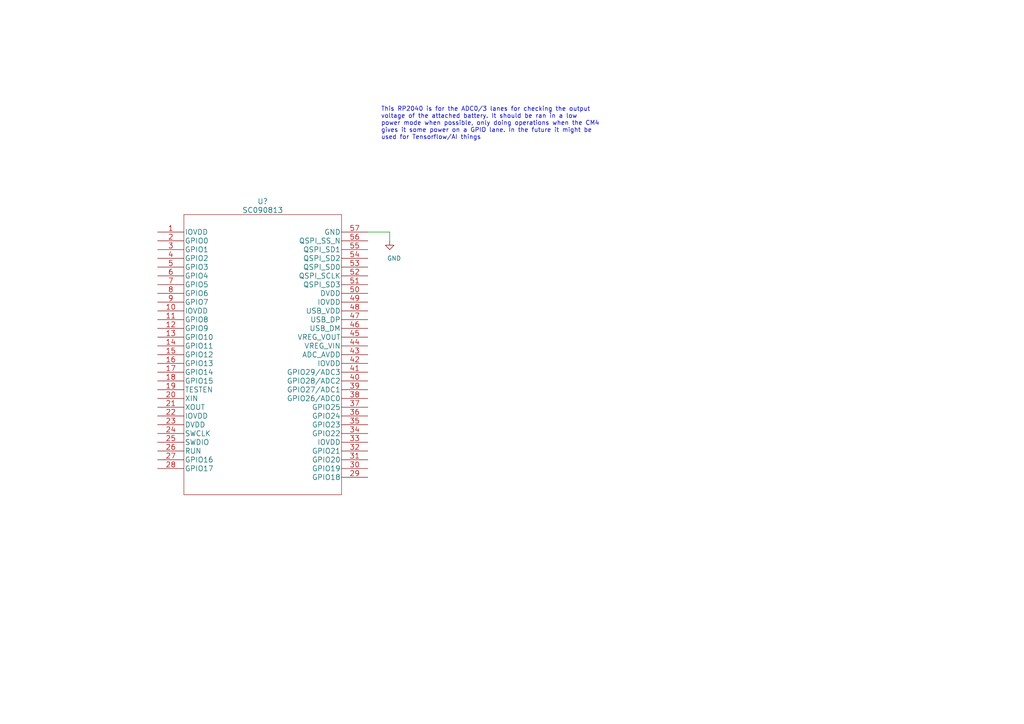
<source format=kicad_sch>
(kicad_sch (version 20220104) (generator eeschema)
  (paper "A4")
  (lib_symbols
    (symbol "RP2040:SC090813" (pin_names (offset 0.254))
      (property "Reference" "U" (at 30.48 10.16 0))
      (property "Value" "SC090813" (at 30.48 7.62 0))
      (symbol "SC090813_1_1"
        (polyline (pts (xy 7.62 -76.2) (xy 53.34 -76.2)) (stroke (width 0.127)))
        (polyline (pts (xy 7.62 5.08) (xy 7.62 -76.2)) (stroke (width 0.127)))
        (polyline (pts (xy 53.34 -76.2) (xy 53.34 5.08)) (stroke (width 0.127)))
        (polyline (pts (xy 53.34 5.08) (xy 7.62 5.08)) (stroke (width 0.127)))
        (pin power_in line (at 0 0 0) (length 7.62) (name "IOVDD") (number "1"))
        (pin power_in line (at 0 -22.86 0) (length 7.62) (name "IOVDD") (number "10"))
        (pin bidirectional line (at 0 -25.4 0) (length 7.62) (name "GPIO8") (number "11"))
        (pin bidirectional line (at 0 -27.94 0) (length 7.62) (name "GPIO9") (number "12"))
        (pin bidirectional line (at 0 -30.48 0) (length 7.62) (name "GPIO10") (number "13"))
        (pin bidirectional line (at 0 -33.02 0) (length 7.62) (name "GPIO11") (number "14"))
        (pin bidirectional line (at 0 -35.56 0) (length 7.62) (name "GPIO12") (number "15"))
        (pin bidirectional line (at 0 -38.1 0) (length 7.62) (name "GPIO13") (number "16"))
        (pin bidirectional line (at 0 -40.64 0) (length 7.62) (name "GPIO14") (number "17"))
        (pin bidirectional line (at 0 -43.18 0) (length 7.62) (name "GPIO15") (number "18"))
        (pin unspecified line (at 0 -45.72 0) (length 7.62) (name "TESTEN") (number "19"))
        (pin bidirectional line (at 0 -2.54 0) (length 7.62) (name "GPIO0") (number "2"))
        (pin unspecified line (at 0 -48.26 0) (length 7.62) (name "XIN") (number "20"))
        (pin output line (at 0 -50.8 0) (length 7.62) (name "XOUT") (number "21"))
        (pin power_in line (at 0 -53.34 0) (length 7.62) (name "IOVDD") (number "22"))
        (pin power_in line (at 0 -55.88 0) (length 7.62) (name "DVDD") (number "23"))
        (pin unspecified line (at 0 -58.42 0) (length 7.62) (name "SWCLK") (number "24"))
        (pin unspecified line (at 0 -60.96 0) (length 7.62) (name "SWDIO") (number "25"))
        (pin unspecified line (at 0 -63.5 0) (length 7.62) (name "RUN") (number "26"))
        (pin bidirectional line (at 0 -66.04 0) (length 7.62) (name "GPIO16") (number "27"))
        (pin bidirectional line (at 0 -68.58 0) (length 7.62) (name "GPIO17") (number "28"))
        (pin bidirectional line (at 60.96 -71.12 180) (length 7.62) (name "GPIO18") (number "29"))
        (pin bidirectional line (at 0 -5.08 0) (length 7.62) (name "GPIO1") (number "3"))
        (pin bidirectional line (at 60.96 -68.58 180) (length 7.62) (name "GPIO19") (number "30"))
        (pin bidirectional line (at 60.96 -66.04 180) (length 7.62) (name "GPIO20") (number "31"))
        (pin bidirectional line (at 60.96 -63.5 180) (length 7.62) (name "GPIO21") (number "32"))
        (pin power_in line (at 60.96 -60.96 180) (length 7.62) (name "IOVDD") (number "33"))
        (pin bidirectional line (at 60.96 -58.42 180) (length 7.62) (name "GPIO22") (number "34"))
        (pin bidirectional line (at 60.96 -55.88 180) (length 7.62) (name "GPIO23") (number "35"))
        (pin bidirectional line (at 60.96 -53.34 180) (length 7.62) (name "GPIO24") (number "36"))
        (pin bidirectional line (at 60.96 -50.8 180) (length 7.62) (name "GPIO25") (number "37"))
        (pin bidirectional line (at 60.96 -48.26 180) (length 7.62) (name "GPIO26/ADC0") (number "38"))
        (pin bidirectional line (at 60.96 -45.72 180) (length 7.62) (name "GPIO27/ADC1") (number "39"))
        (pin bidirectional line (at 0 -7.62 0) (length 7.62) (name "GPIO2") (number "4"))
        (pin bidirectional line (at 60.96 -43.18 180) (length 7.62) (name "GPIO28/ADC2") (number "40"))
        (pin bidirectional line (at 60.96 -40.64 180) (length 7.62) (name "GPIO29/ADC3") (number "41"))
        (pin power_in line (at 60.96 -38.1 180) (length 7.62) (name "IOVDD") (number "42"))
        (pin power_in line (at 60.96 -35.56 180) (length 7.62) (name "ADC_AVDD") (number "43"))
        (pin unspecified line (at 60.96 -33.02 180) (length 7.62) (name "VREG_VIN") (number "44"))
        (pin output line (at 60.96 -30.48 180) (length 7.62) (name "VREG_VOUT") (number "45"))
        (pin unspecified line (at 60.96 -27.94 180) (length 7.62) (name "USB_DM") (number "46"))
        (pin unspecified line (at 60.96 -25.4 180) (length 7.62) (name "USB_DP") (number "47"))
        (pin power_in line (at 60.96 -22.86 180) (length 7.62) (name "USB_VDD") (number "48"))
        (pin power_in line (at 60.96 -20.32 180) (length 7.62) (name "IOVDD") (number "49"))
        (pin bidirectional line (at 0 -10.16 0) (length 7.62) (name "GPIO3") (number "5"))
        (pin power_in line (at 60.96 -17.78 180) (length 7.62) (name "DVDD") (number "50"))
        (pin bidirectional line (at 60.96 -15.24 180) (length 7.62) (name "QSPI_SD3") (number "51"))
        (pin unspecified line (at 60.96 -12.7 180) (length 7.62) (name "QSPI_SCLK") (number "52"))
        (pin bidirectional line (at 60.96 -10.16 180) (length 7.62) (name "QSPI_SD0") (number "53"))
        (pin bidirectional line (at 60.96 -7.62 180) (length 7.62) (name "QSPI_SD2") (number "54"))
        (pin bidirectional line (at 60.96 -5.08 180) (length 7.62) (name "QSPI_SD1") (number "55"))
        (pin unspecified line (at 60.96 -2.54 180) (length 7.62) (name "QSPI_SS_N") (number "56"))
        (pin power_in line (at 60.96 0 180) (length 7.62) (name "GND") (number "57"))
        (pin bidirectional line (at 0 -12.7 0) (length 7.62) (name "GPIO4") (number "6"))
        (pin bidirectional line (at 0 -15.24 0) (length 7.62) (name "GPIO5") (number "7"))
        (pin bidirectional line (at 0 -17.78 0) (length 7.62) (name "GPIO6") (number "8"))
        (pin bidirectional line (at 0 -20.32 0) (length 7.62) (name "GPIO7") (number "9"))
      )
    )
    (symbol "power:GND" (power) (pin_names (offset 0))
      (property "Value" "GND" (at 0 -3.81 0))
      (symbol "GND_0_1"
        (polyline (pts (xy 0 0) (xy 0 -1.27) (xy 1.27 -1.27) (xy 0 -2.54) (xy -1.27 -1.27) (xy 0 -1.27)))
      )
      (symbol "GND_1_1"
        (pin power_in line (at 0 0 270) (length 0) hide (name "GND") (number "1"))
      )
    )
  )
  (wire (pts (xy 113.03 67.31) (xy 113.03 69.85)))
  (wire (pts (xy 106.68 67.31) (xy 113.03 67.31)))
  (text "This RP2040 is for the ADC0/3 lanes for checking the output\nvoltage of the attached battery. It should be ran in a low\npower mode when possible, only doing operations when the CM4\ngives it some power on a GPIO lane. In the future it might be\nused for Tensorflow/AI things" (at 110.49 40.64 0) (effects (font (size 1.27 1.27)) (justify left bottom)))
  (symbol (lib_id "power:GND") (at 113.03 69.85 0) (unit 1)
    (property "Reference" "#PWR?" (effects hide))
    (property "Value" "GND" (at 114.3 74.93 0))
  )
  (symbol (lib_id "RP2040:SC090813") (at 45.72 67.31 0) (unit 1)
    (property "Reference" "U?" (at 76.2 58.42 0) (effects (font (size 1.524 1.524))))
    (property "Value" "SC090813" (at 76.2 60.96 0) (effects (font (size 1.524 1.524))))
    (property "Footprint" "RP2040:RP2040" (effects hide))
  )
)
</source>
